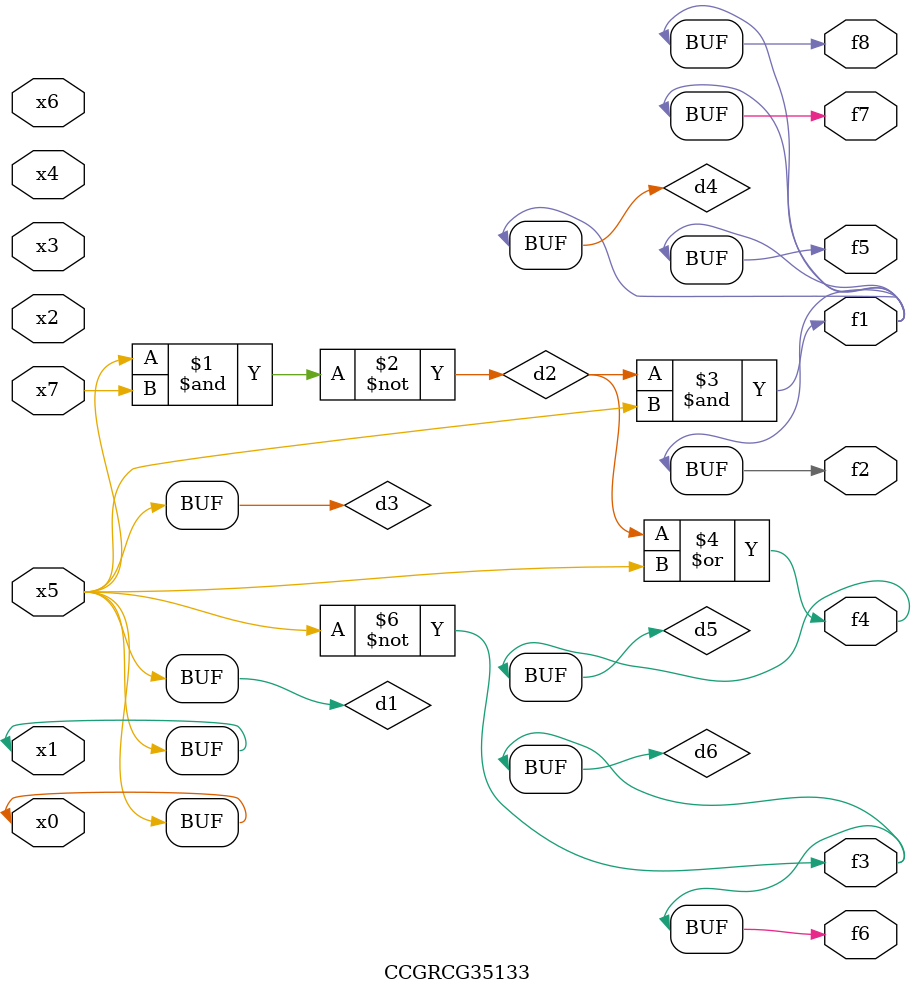
<source format=v>
module CCGRCG35133(
	input x0, x1, x2, x3, x4, x5, x6, x7,
	output f1, f2, f3, f4, f5, f6, f7, f8
);

	wire d1, d2, d3, d4, d5, d6;

	buf (d1, x0, x5);
	nand (d2, x5, x7);
	buf (d3, x0, x1);
	and (d4, d2, d3);
	or (d5, d2, d3);
	nor (d6, d1, d3);
	assign f1 = d4;
	assign f2 = d4;
	assign f3 = d6;
	assign f4 = d5;
	assign f5 = d4;
	assign f6 = d6;
	assign f7 = d4;
	assign f8 = d4;
endmodule

</source>
